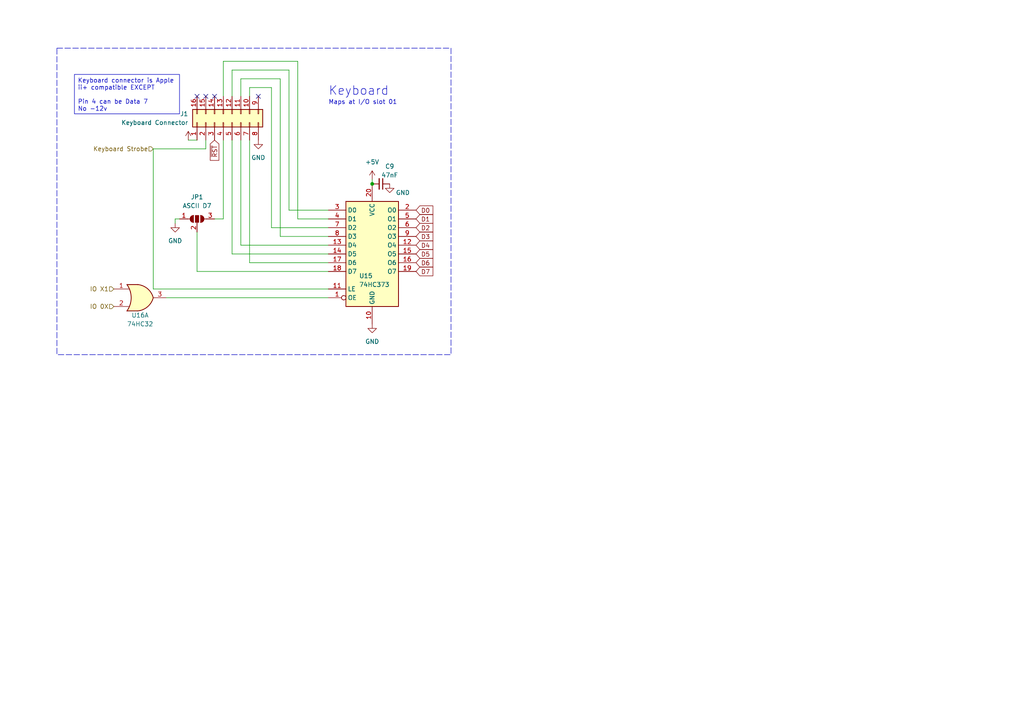
<source format=kicad_sch>
(kicad_sch (version 20230121) (generator eeschema)
  (paper "A4")
  (lib_symbols
    (symbol "74xx:74AHC373"
      (property "Reference" "U" (at -7.62 16.51 0))
      (property "Value" "74AHC373" (at -7.62 -16.51 0))
      (symbol "74AHC373_1_0"
        (pin input inverted (at -12.7 -12.7 0) (length 5.08) (name "OE") (number "1"))
        (pin power_in line (at 0 -20.32 90) (length 5.08) (name "GND") (number "10"))
        (pin input line (at -12.7 -10.16 0) (length 5.08) (name "LE") (number "11"))
        (pin tri_state line (at 12.7 2.54 180) (length 5.08) (name "O4") (number "12"))
        (pin input line (at -12.7 2.54 0) (length 5.08) (name "D4") (number "13"))
        (pin input line (at -12.7 0 0) (length 5.08) (name "D5") (number "14"))
        (pin tri_state line (at 12.7 0 180) (length 5.08) (name "O5") (number "15"))
        (pin tri_state line (at 12.7 -2.54 180) (length 5.08) (name "O6") (number "16"))
        (pin input line (at -12.7 -2.54 0) (length 5.08) (name "D6") (number "17"))
        (pin input line (at -12.7 -5.08 0) (length 5.08) (name "D7") (number "18"))
        (pin tri_state line (at 12.7 -5.08 180) (length 5.08) (name "O7") (number "19"))
        (pin tri_state line (at 12.7 12.7 180) (length 5.08) (name "O0") (number "2"))
        (pin power_in line (at 0 20.32 270) (length 5.08) (name "VCC") (number "20"))
        (pin input line (at -12.7 12.7 0) (length 5.08) (name "D0") (number "3"))
        (pin input line (at -12.7 10.16 0) (length 5.08) (name "D1") (number "4"))
        (pin tri_state line (at 12.7 10.16 180) (length 5.08) (name "O1") (number "5"))
        (pin tri_state line (at 12.7 7.62 180) (length 5.08) (name "O2") (number "6"))
        (pin input line (at -12.7 7.62 0) (length 5.08) (name "D2") (number "7"))
        (pin input line (at -12.7 5.08 0) (length 5.08) (name "D3") (number "8"))
        (pin tri_state line (at 12.7 5.08 180) (length 5.08) (name "O3") (number "9"))
      )
      (symbol "74AHC373_1_1"
        (rectangle (start -7.62 15.24) (end 7.62 -15.24) (stroke (width 0.254)) (fill (type background)))
      )
    )
    (symbol "74xx:74LS32" (pin_names (offset 1.016))
      (property "Reference" "U" (at 0 1.27 0))
      (property "Value" "74LS32" (at 0 -1.27 0))
      (symbol "74LS32_1_1"
        (arc (start -3.81 -3.81) (mid -2.589 0) (end -3.81 3.81) (stroke (width 0.254)))
        (arc (start -0.6096 -3.81) (mid 2.1842 -2.5851) (end 3.81 0) (stroke (width 0.254)) (fill (type background)))
        (polyline (pts (xy -3.81 -3.81) (xy -0.635 -3.81)) (stroke (width 0.254)) (fill (type background)))
        (polyline (pts (xy -3.81 3.81) (xy -0.635 3.81)) (stroke (width 0.254)) (fill (type background)))
        (polyline (pts (xy -0.635 3.81) (xy -3.81 3.81) (xy -3.81 3.81) (xy -3.556 3.4036) (xy -3.0226 2.2606) (xy -2.6924 1.0414) (xy -2.6162 -0.254) (xy -2.7686 -1.4986) (xy -3.175 -2.7178) (xy -3.81 -3.81) (xy -3.81 -3.81) (xy -0.635 -3.81)) (stroke (width -25.4)) (fill (type background)))
        (arc (start 3.81 0) (mid 2.1915 2.5936) (end -0.6096 3.81) (stroke (width 0.254)) (fill (type background)))
        (pin input line (at -7.62 2.54 0) (length 4.318) (name "~") (number "1"))
        (pin input line (at -7.62 -2.54 0) (length 4.318) (name "~") (number "2"))
        (pin output line (at 7.62 0 180) (length 3.81) (name "~") (number "3"))
      )
      (symbol "74LS32_1_2"
        (arc (start 0 -3.81) (mid 3.7934 0) (end 0 3.81) (stroke (width 0.254)) (fill (type background)))
        (polyline (pts (xy 0 3.81) (xy -3.81 3.81) (xy -3.81 -3.81) (xy 0 -3.81)) (stroke (width 0.254)) (fill (type background)))
        (pin input inverted (at -7.62 2.54 0) (length 3.81) (name "~") (number "1"))
        (pin input inverted (at -7.62 -2.54 0) (length 3.81) (name "~") (number "2"))
        (pin output inverted (at 7.62 0 180) (length 3.81) (name "~") (number "3"))
      )
      (symbol "74LS32_2_1"
        (arc (start -3.81 -3.81) (mid -2.589 0) (end -3.81 3.81) (stroke (width 0.254)))
        (arc (start -0.6096 -3.81) (mid 2.1842 -2.5851) (end 3.81 0) (stroke (width 0.254)) (fill (type background)))
        (polyline (pts (xy -3.81 -3.81) (xy -0.635 -3.81)) (stroke (width 0.254)) (fill (type background)))
        (polyline (pts (xy -3.81 3.81) (xy -0.635 3.81)) (stroke (width 0.254)) (fill (type background)))
        (polyline (pts (xy -0.635 3.81) (xy -3.81 3.81) (xy -3.81 3.81) (xy -3.556 3.4036) (xy -3.0226 2.2606) (xy -2.6924 1.0414) (xy -2.6162 -0.254) (xy -2.7686 -1.4986) (xy -3.175 -2.7178) (xy -3.81 -3.81) (xy -3.81 -3.81) (xy -0.635 -3.81)) (stroke (width -25.4)) (fill (type background)))
        (arc (start 3.81 0) (mid 2.1915 2.5936) (end -0.6096 3.81) (stroke (width 0.254)) (fill (type background)))
        (pin input line (at -7.62 2.54 0) (length 4.318) (name "~") (number "4"))
        (pin input line (at -7.62 -2.54 0) (length 4.318) (name "~") (number "5"))
        (pin output line (at 7.62 0 180) (length 3.81) (name "~") (number "6"))
      )
      (symbol "74LS32_2_2"
        (arc (start 0 -3.81) (mid 3.7934 0) (end 0 3.81) (stroke (width 0.254)) (fill (type background)))
        (polyline (pts (xy 0 3.81) (xy -3.81 3.81) (xy -3.81 -3.81) (xy 0 -3.81)) (stroke (width 0.254)) (fill (type background)))
        (pin input inverted (at -7.62 2.54 0) (length 3.81) (name "~") (number "4"))
        (pin input inverted (at -7.62 -2.54 0) (length 3.81) (name "~") (number "5"))
        (pin output inverted (at 7.62 0 180) (length 3.81) (name "~") (number "6"))
      )
      (symbol "74LS32_3_1"
        (arc (start -3.81 -3.81) (mid -2.589 0) (end -3.81 3.81) (stroke (width 0.254)))
        (arc (start -0.6096 -3.81) (mid 2.1842 -2.5851) (end 3.81 0) (stroke (width 0.254)) (fill (type background)))
        (polyline (pts (xy -3.81 -3.81) (xy -0.635 -3.81)) (stroke (width 0.254)) (fill (type background)))
        (polyline (pts (xy -3.81 3.81) (xy -0.635 3.81)) (stroke (width 0.254)) (fill (type background)))
        (polyline (pts (xy -0.635 3.81) (xy -3.81 3.81) (xy -3.81 3.81) (xy -3.556 3.4036) (xy -3.0226 2.2606) (xy -2.6924 1.0414) (xy -2.6162 -0.254) (xy -2.7686 -1.4986) (xy -3.175 -2.7178) (xy -3.81 -3.81) (xy -3.81 -3.81) (xy -0.635 -3.81)) (stroke (width -25.4)) (fill (type background)))
        (arc (start 3.81 0) (mid 2.1915 2.5936) (end -0.6096 3.81) (stroke (width 0.254)) (fill (type background)))
        (pin input line (at -7.62 -2.54 0) (length 4.318) (name "~") (number "10"))
        (pin output line (at 7.62 0 180) (length 3.81) (name "~") (number "8"))
        (pin input line (at -7.62 2.54 0) (length 4.318) (name "~") (number "9"))
      )
      (symbol "74LS32_3_2"
        (arc (start 0 -3.81) (mid 3.7934 0) (end 0 3.81) (stroke (width 0.254)) (fill (type background)))
        (polyline (pts (xy 0 3.81) (xy -3.81 3.81) (xy -3.81 -3.81) (xy 0 -3.81)) (stroke (width 0.254)) (fill (type background)))
        (pin input inverted (at -7.62 -2.54 0) (length 3.81) (name "~") (number "10"))
        (pin output inverted (at 7.62 0 180) (length 3.81) (name "~") (number "8"))
        (pin input inverted (at -7.62 2.54 0) (length 3.81) (name "~") (number "9"))
      )
      (symbol "74LS32_4_1"
        (arc (start -3.81 -3.81) (mid -2.589 0) (end -3.81 3.81) (stroke (width 0.254)))
        (arc (start -0.6096 -3.81) (mid 2.1842 -2.5851) (end 3.81 0) (stroke (width 0.254)) (fill (type background)))
        (polyline (pts (xy -3.81 -3.81) (xy -0.635 -3.81)) (stroke (width 0.254)) (fill (type background)))
        (polyline (pts (xy -3.81 3.81) (xy -0.635 3.81)) (stroke (width 0.254)) (fill (type background)))
        (polyline (pts (xy -0.635 3.81) (xy -3.81 3.81) (xy -3.81 3.81) (xy -3.556 3.4036) (xy -3.0226 2.2606) (xy -2.6924 1.0414) (xy -2.6162 -0.254) (xy -2.7686 -1.4986) (xy -3.175 -2.7178) (xy -3.81 -3.81) (xy -3.81 -3.81) (xy -0.635 -3.81)) (stroke (width -25.4)) (fill (type background)))
        (arc (start 3.81 0) (mid 2.1915 2.5936) (end -0.6096 3.81) (stroke (width 0.254)) (fill (type background)))
        (pin output line (at 7.62 0 180) (length 3.81) (name "~") (number "11"))
        (pin input line (at -7.62 2.54 0) (length 4.318) (name "~") (number "12"))
        (pin input line (at -7.62 -2.54 0) (length 4.318) (name "~") (number "13"))
      )
      (symbol "74LS32_4_2"
        (arc (start 0 -3.81) (mid 3.7934 0) (end 0 3.81) (stroke (width 0.254)) (fill (type background)))
        (polyline (pts (xy 0 3.81) (xy -3.81 3.81) (xy -3.81 -3.81) (xy 0 -3.81)) (stroke (width 0.254)) (fill (type background)))
        (pin output inverted (at 7.62 0 180) (length 3.81) (name "~") (number "11"))
        (pin input inverted (at -7.62 2.54 0) (length 3.81) (name "~") (number "12"))
        (pin input inverted (at -7.62 -2.54 0) (length 3.81) (name "~") (number "13"))
      )
      (symbol "74LS32_5_0"
        (pin power_in line (at 0 12.7 270) (length 5.08) (name "VCC") (number "14"))
        (pin power_in line (at 0 -12.7 90) (length 5.08) (name "GND") (number "7"))
      )
      (symbol "74LS32_5_1"
        (rectangle (start -5.08 7.62) (end 5.08 -7.62) (stroke (width 0.254)) (fill (type background)))
      )
    )
    (symbol "Connector_Generic:Conn_02x08_Counter_Clockwise" (pin_names (offset 1.016) hide)
      (property "Reference" "J" (at 1.27 10.16 0))
      (property "Value" "Conn_02x08_Counter_Clockwise" (at 1.27 -12.7 0))
      (symbol "Conn_02x08_Counter_Clockwise_1_1"
        (rectangle (start -1.27 -10.033) (end 0 -10.287) (stroke (width 0.1524)))
        (rectangle (start -1.27 -7.493) (end 0 -7.747) (stroke (width 0.1524)))
        (rectangle (start -1.27 -4.953) (end 0 -5.207) (stroke (width 0.1524)))
        (rectangle (start -1.27 -2.413) (end 0 -2.667) (stroke (width 0.1524)))
        (rectangle (start -1.27 0.127) (end 0 -0.127) (stroke (width 0.1524)))
        (rectangle (start -1.27 2.667) (end 0 2.413) (stroke (width 0.1524)))
        (rectangle (start -1.27 5.207) (end 0 4.953) (stroke (width 0.1524)))
        (rectangle (start -1.27 7.747) (end 0 7.493) (stroke (width 0.1524)))
        (rectangle (start -1.27 8.89) (end 3.81 -11.43) (stroke (width 0.254)) (fill (type background)))
        (rectangle (start 3.81 -10.033) (end 2.54 -10.287) (stroke (width 0.1524)))
        (rectangle (start 3.81 -7.493) (end 2.54 -7.747) (stroke (width 0.1524)))
        (rectangle (start 3.81 -4.953) (end 2.54 -5.207) (stroke (width 0.1524)))
        (rectangle (start 3.81 -2.413) (end 2.54 -2.667) (stroke (width 0.1524)))
        (rectangle (start 3.81 0.127) (end 2.54 -0.127) (stroke (width 0.1524)))
        (rectangle (start 3.81 2.667) (end 2.54 2.413) (stroke (width 0.1524)))
        (rectangle (start 3.81 5.207) (end 2.54 4.953) (stroke (width 0.1524)))
        (rectangle (start 3.81 7.747) (end 2.54 7.493) (stroke (width 0.1524)))
        (pin passive line (at -5.08 7.62 0) (length 3.81) (name "Pin_1") (number "1"))
        (pin passive line (at 7.62 -7.62 180) (length 3.81) (name "Pin_10") (number "10"))
        (pin passive line (at 7.62 -5.08 180) (length 3.81) (name "Pin_11") (number "11"))
        (pin passive line (at 7.62 -2.54 180) (length 3.81) (name "Pin_12") (number "12"))
        (pin passive line (at 7.62 0 180) (length 3.81) (name "Pin_13") (number "13"))
        (pin passive line (at 7.62 2.54 180) (length 3.81) (name "Pin_14") (number "14"))
        (pin passive line (at 7.62 5.08 180) (length 3.81) (name "Pin_15") (number "15"))
        (pin passive line (at 7.62 7.62 180) (length 3.81) (name "Pin_16") (number "16"))
        (pin passive line (at -5.08 5.08 0) (length 3.81) (name "Pin_2") (number "2"))
        (pin passive line (at -5.08 2.54 0) (length 3.81) (name "Pin_3") (number "3"))
        (pin passive line (at -5.08 0 0) (length 3.81) (name "Pin_4") (number "4"))
        (pin passive line (at -5.08 -2.54 0) (length 3.81) (name "Pin_5") (number "5"))
        (pin passive line (at -5.08 -5.08 0) (length 3.81) (name "Pin_6") (number "6"))
        (pin passive line (at -5.08 -7.62 0) (length 3.81) (name "Pin_7") (number "7"))
        (pin passive line (at -5.08 -10.16 0) (length 3.81) (name "Pin_8") (number "8"))
        (pin passive line (at 7.62 -10.16 180) (length 3.81) (name "Pin_9") (number "9"))
      )
    )
    (symbol "Device:C_Small" (pin_numbers hide) (pin_names (offset 0.254) hide)
      (property "Reference" "C" (at 0.254 1.778 0))
      (property "Value" "C_Small" (at 0.254 -2.032 0))
      (symbol "C_Small_0_1"
        (polyline (pts (xy -1.524 -0.508) (xy 1.524 -0.508)) (stroke (width 0.3302)))
        (polyline (pts (xy -1.524 0.508) (xy 1.524 0.508)) (stroke (width 0.3048)))
      )
      (symbol "C_Small_1_1"
        (pin passive line (at 0 2.54 270) (length 2.032) (name "~") (number "1"))
        (pin passive line (at 0 -2.54 90) (length 2.032) (name "~") (number "2"))
      )
    )
    (symbol "Jumper:SolderJumper_3_Open" (pin_names (offset 0) hide)
      (property "Reference" "JP" (at -2.54 -2.54 0))
      (property "Value" "SolderJumper_3_Open" (at 0 2.794 0))
      (symbol "SolderJumper_3_Open_0_1"
        (arc (start -1.016 1.016) (mid -2.0276 0) (end -1.016 -1.016))
        (arc (start -1.016 1.016) (mid -2.0276 0) (end -1.016 -1.016) (fill (type outline)))
        (rectangle (start -0.508 1.016) (end 0.508 -1.016) (fill (type outline)))
        (polyline (pts (xy -2.54 0) (xy -2.032 0)))
        (polyline (pts (xy -1.016 1.016) (xy -1.016 -1.016)))
        (polyline (pts (xy 0 -1.27) (xy 0 -1.016)))
        (polyline (pts (xy 1.016 1.016) (xy 1.016 -1.016)))
        (polyline (pts (xy 2.54 0) (xy 2.032 0)))
        (arc (start 1.016 -1.016) (mid 2.0276 0) (end 1.016 1.016))
        (arc (start 1.016 -1.016) (mid 2.0276 0) (end 1.016 1.016) (fill (type outline)))
      )
      (symbol "SolderJumper_3_Open_1_1"
        (pin passive line (at -5.08 0 0) (length 2.54) (name "A") (number "1"))
        (pin passive line (at 0 -3.81 90) (length 2.54) (name "C") (number "2"))
        (pin passive line (at 5.08 0 180) (length 2.54) (name "B") (number "3"))
      )
    )
    (symbol "power:+5V" (power) (pin_names (offset 0))
      (property "Value" "+5V" (at 0 3.556 0))
      (symbol "+5V_0_1"
        (polyline (pts (xy -0.762 1.27) (xy 0 2.54)))
        (polyline (pts (xy 0 0) (xy 0 2.54)))
        (polyline (pts (xy 0 2.54) (xy 0.762 1.27)))
      )
      (symbol "+5V_1_1"
        (pin power_in line (at 0 0 90) (length 0) hide (name "+5V") (number "1"))
      )
    )
    (symbol "power:GND" (power) (pin_names (offset 0))
      (property "Value" "GND" (at 0 -3.81 0))
      (symbol "GND_0_1"
        (polyline (pts (xy 0 0) (xy 0 -1.27) (xy 1.27 -1.27) (xy 0 -2.54) (xy -1.27 -1.27) (xy 0 -1.27)))
      )
      (symbol "GND_1_1"
        (pin power_in line (at 0 0 270) (length 0) hide (name "GND") (number "1"))
      )
    )
  )
  (junction (at 107.95 53.34))
  (no_connect (at 57.15 27.94))
  (no_connect (at 74.93 27.94))
  (no_connect (at 59.69 27.94))
  (no_connect (at 62.23 27.94))
  (wire (pts (xy 81.28 22.86) (xy 81.28 68.58)))
  (wire (pts (xy 57.15 78.74) (xy 95.25 78.74)))
  (wire (pts (xy 59.69 43.18) (xy 44.45 43.18)))
  (wire (pts (xy 72.39 76.2) (xy 95.25 76.2)))
  (wire (pts (xy 78.74 25.4) (xy 78.74 66.04)))
  (wire (pts (xy 107.95 52.07) (xy 107.95 53.34)))
  (wire (pts (xy 62.23 63.5) (xy 64.77 63.5)))
  (wire (pts (xy 81.28 68.58) (xy 95.25 68.58)))
  (wire (pts (xy 64.77 40.64) (xy 64.77 63.5)))
  (wire (pts (xy 67.31 40.64) (xy 67.31 73.66)))
  (wire (pts (xy 50.8 63.5) (xy 52.07 63.5)))
  (wire (pts (xy 67.31 73.66) (xy 95.25 73.66)))
  (wire (pts (xy 67.31 27.94) (xy 67.31 20.32)))
  (wire (pts (xy 44.45 83.82) (xy 95.25 83.82)))
  (wire (pts (xy 69.85 27.94) (xy 69.85 22.86)))
  (wire (pts (xy 86.36 17.78) (xy 86.36 63.5)))
  (wire (pts (xy 64.77 27.94) (xy 64.77 17.78)))
  (wire (pts (xy 78.74 66.04) (xy 95.25 66.04)))
  (wire (pts (xy 64.77 17.78) (xy 86.36 17.78)))
  (wire (pts (xy 72.39 27.94) (xy 72.39 25.4)))
  (wire (pts (xy 69.85 22.86) (xy 81.28 22.86)))
  (wire (pts (xy 86.36 63.5) (xy 95.25 63.5)))
  (wire (pts (xy 83.82 60.96) (xy 95.25 60.96)))
  (wire (pts (xy 44.45 43.18) (xy 44.45 83.82)))
  (wire (pts (xy 57.15 67.31) (xy 57.15 78.74)))
  (wire (pts (xy 48.26 86.36) (xy 95.25 86.36)))
  (wire (pts (xy 69.85 71.12) (xy 95.25 71.12)))
  (wire (pts (xy 69.85 40.64) (xy 69.85 71.12)))
  (wire (pts (xy 83.82 20.32) (xy 83.82 60.96)))
  (wire (pts (xy 50.8 64.77) (xy 50.8 63.5)))
  (wire (pts (xy 67.31 20.32) (xy 83.82 20.32)))
  (wire (pts (xy 72.39 40.64) (xy 72.39 76.2)))
  (wire (pts (xy 72.39 25.4) (xy 78.74 25.4)))
  (wire (pts (xy 54.61 40.64) (xy 57.15 40.64)))
  (wire (pts (xy 59.69 40.64) (xy 59.69 43.18)))
  (rectangle (start 16.51 13.97) (end 130.81 102.87) (stroke (width 0) (type dash)))
  (text_box "Keyboard connector is Apple ii+ compatible EXCEPT\n\nPin 4 can be Data 7\nNo -12v" (at 21.59 21.59 0) (size 30.48 11.43) (effects (font (size 1.27 1.27)) (justify left top)))
  (text "Maps at I/O slot 01\n" (at 95.25 30.48 0) (effects (font (size 1.27 1.27)) (justify left bottom)))
  (text "Keyboard" (at 95.25 27.94 0) (effects (font (size 2.54 2.54)) (justify left bottom)))
  (global_label "D6" (shape input) (at 120.65 76.2 0) (property "Intersheetrefs" "${INTERSHEET_REFS}" (effects hide)))
  (global_label "D0" (shape input) (at 120.65 60.96 0) (property "Intersheetrefs" "${INTERSHEET_REFS}" (effects hide)))
  (global_label "D4" (shape input) (at 120.65 71.12 0) (property "Intersheetrefs" "${INTERSHEET_REFS}" (effects hide)))
  (global_label "D2" (shape input) (at 120.65 66.04 0) (property "Intersheetrefs" "${INTERSHEET_REFS}" (effects hide)))
  (global_label "D3" (shape input) (at 120.65 68.58 0) (property "Intersheetrefs" "${INTERSHEET_REFS}" (effects hide)))
  (global_label "D1" (shape input) (at 120.65 63.5 0) (property "Intersheetrefs" "${INTERSHEET_REFS}" (effects hide)))
  (global_label "D5" (shape input) (at 120.65 73.66 0) (property "Intersheetrefs" "${INTERSHEET_REFS}" (effects hide)))
  (global_label "D7" (shape input) (at 120.65 78.74 0) (property "Intersheetrefs" "${INTERSHEET_REFS}" (effects hide)))
  (global_label "~{RST}" (shape input) (at 62.23 40.64 270) (property "Intersheetrefs" "${INTERSHEET_REFS}" (effects hide)))
  (hierarchical_label "Keyboard Strobe" (shape input) (at 44.45 43.18 180))
  (hierarchical_label "IO X1" (shape input) (at 33.02 83.82 180))
  (hierarchical_label "IO 0X" (shape input) (at 33.02 88.9 180))
  (symbol (lib_id "74xx:74AHC373") (at 107.95 73.66 0) (unit 1)
    (property "Reference" "U15" (at 104.14 80.01 0) (effects (justify left)))
    (property "Value" "74HC373" (at 104.14 82.55 0) (effects (justify left)))
    (property "Footprint" "Package_SO:SOIC-20W_7.5x12.8mm_P1.27mm" (effects hide))
    (property "Datasheet" "https://assets.nexperia.com/documents/data-sheet/74AHC373.pdf" (effects hide))
  )
  (symbol (lib_id "Device:C_Small") (at 110.49 53.34 270) (mirror x) (unit 1)
    (property "Reference" "C9" (at 113.03 48.26 90))
    (property "Value" "47nF" (at 113.03 50.8 90))
    (property "Footprint" "Capacitor_SMD:C_0603_1608Metric_Pad1.08x0.95mm_HandSolder" (effects hide))
    (instances (project "Micro" (path "" (reference "C9") (unit 1)) (path "" (reference "C17") (unit 1))))
  )
  (symbol (lib_id "power:GND") (at 107.95 93.98 0) (unit 1)
    (property "Reference" "#PWR019" (effects hide))
    (property "Value" "GND" (at 107.95 99.06 0))
  )
  (symbol (lib_id "Jumper:SolderJumper_3_Open") (at 57.15 63.5 0) (unit 1)
    (property "Reference" "JP1" (at 57.15 57.15 0))
    (property "Value" "ASCII D7" (at 57.15 59.69 0))
    (property "Footprint" "Jumper:SolderJumper-3_P1.3mm_Open_RoundedPad1.0x1.5mm_NumberLabels" (effects hide))
  )
  (symbol (lib_id "74xx:74LS32") (at 40.64 86.36 0) (unit 1)
    (property "Reference" "U16" (at 40.64 91.44 0))
    (property "Value" "74HC32" (at 40.64 93.98 0))
    (property "Footprint" "Package_SO:SOIC-14_3.9x8.7mm_P1.27mm" (effects hide))
    (property "Datasheet" "http://www.ti.com/lit/gpn/sn74LS32" (effects hide))
  )
  (symbol (lib_id "power:GND") (at 50.8 64.77 0) (unit 1)
    (property "Reference" "#PWR021" (effects hide))
    (property "Value" "GND" (at 50.8 69.85 0))
  )
  (symbol (lib_id "power:GND") (at 74.93 40.64 0) (unit 1)
    (property "Reference" "#PWR020" (effects hide))
    (property "Value" "GND" (at 74.93 45.72 0))
  )
  (symbol (lib_id "power:+5V") (at 54.61 40.64 0) (unit 1)
    (property "Reference" "#PWR017" (effects hide))
    (property "Value" "+5V" (effects hide))
  )
  (symbol (lib_id "power:GND") (at 113.03 53.34 0) (mirror y) (unit 1)
    (property "Reference" "#PWR0128" (effects hide))
    (property "Value" "GND" (at 116.84 55.88 0))
    (instances (project "Micro" (path "" (reference "#PWR0128") (unit 1)) (path "" (reference "#PWR0136") (unit 1))))
  )
  (symbol (lib_id "power:+5V") (at 107.95 52.07 0) (unit 1)
    (property "Reference" "#PWR018" (effects hide))
    (property "Value" "+5V" (at 107.95 46.99 0))
  )
  (symbol (lib_id "Connector_Generic:Conn_02x08_Counter_Clockwise") (at 64.77 35.56 90) (unit 1)
    (property "Reference" "J1" (at 54.61 33.02 90) (effects (justify left)))
    (property "Value" "Keyboard Connector" (at 54.61 35.56 90) (effects (justify left)))
    (property "Footprint" "Package_DIP:DIP-16_W7.62mm_Socket" (effects hide))
  )
)
</source>
